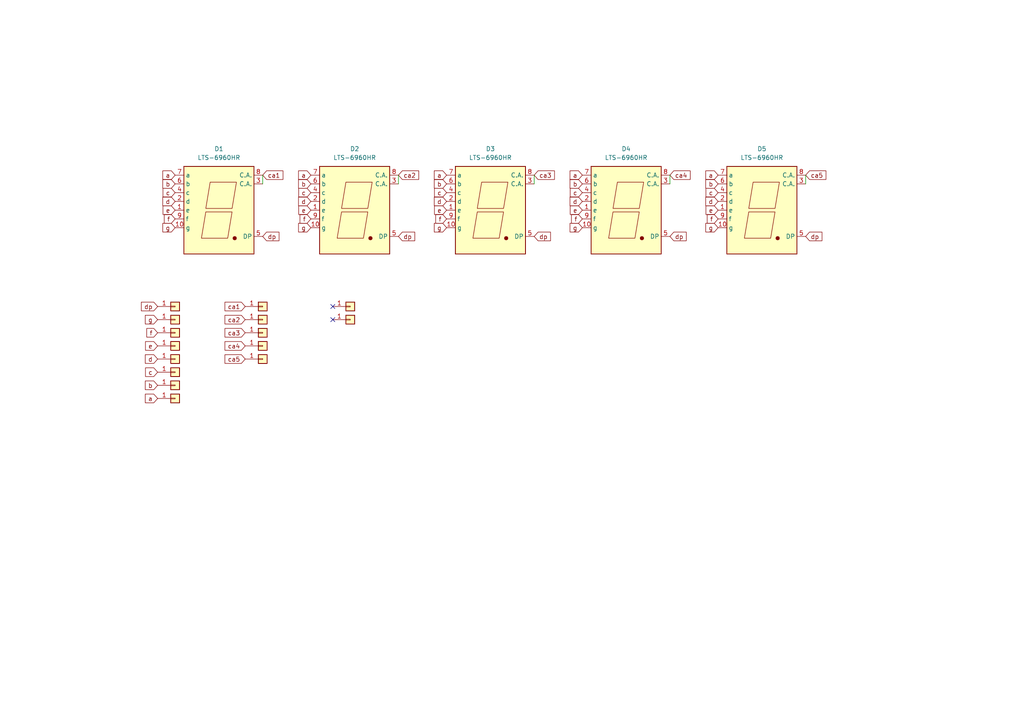
<source format=kicad_sch>
(kicad_sch (version 20211123) (generator eeschema)
  (paper "A4")
  (lib_symbols
    (symbol "Connector_Generic:Conn_01x01" (pin_names (offset 1.016) hide)
      (property "Reference" "J" (at 0 2.54 0))
      (property "Value" "Conn_01x01" (at 0 -2.54 0))
      (symbol "Conn_01x01_1_1"
        (rectangle (start -1.27 0.127) (end 0 -0.127) (stroke (width 0.1524)))
        (rectangle (start -1.27 1.27) (end 1.27 -1.27) (stroke (width 0.254)) (fill (type background)))
        (pin passive line (at -5.08 0 0) (length 3.81) (name "Pin_1") (number "1"))
      )
    )
    (symbol "Display_Character:LTS-6960HR"
      (property "Reference" "AFF" (at -7.874 13.97 0))
      (property "Value" "LTS-6960HR" (at -2.032 13.97 0))
      (symbol "LTS-6960HR_0_1"
        (rectangle (start -10.16 12.7) (end 10.16 -12.7) (stroke (width 0.254)) (fill (type background)))
        (polyline (pts (xy -3.81 -0.508) (xy 3.81 -0.508) (xy 2.54 -8.128) (xy -5.08 -8.128) (xy -3.81 -0.508) (xy -3.81 -0.508)))
        (polyline (pts (xy -2.54 8.128) (xy 5.08 8.128) (xy 3.81 0.508) (xy -3.81 0.508) (xy -2.54 8.128) (xy -2.54 8.128)))
        (circle (center 4.572 -8.128) (radius 0.508) (fill (type outline)))
      )
      (symbol "LTS-6960HR_1_1"
        (pin passive line (at -12.7 0 0) (length 2.54) (name "e") (number "1"))
        (pin passive line (at -12.7 -5.08 0) (length 2.54) (name "g") (number "10"))
        (pin passive line (at -12.7 2.54 0) (length 2.54) (name "d") (number "2"))
        (pin passive line (at 12.7 7.62 180) (length 2.54) (name "C.A.") (number "3"))
        (pin passive line (at -12.7 5.08 0) (length 2.54) (name "c") (number "4"))
        (pin passive line (at 12.7 -7.62 180) (length 2.54) (name "DP") (number "5"))
        (pin passive line (at -12.7 7.62 0) (length 2.54) (name "b") (number "6"))
        (pin passive line (at -12.7 10.16 0) (length 2.54) (name "a") (number "7"))
        (pin passive line (at 12.7 10.16 180) (length 2.54) (name "C.A.") (number "8"))
        (pin passive line (at -12.7 -2.54 0) (length 2.54) (name "f") (number "9"))
      )
    )
  )
  (no_connect (at 96.52 88.9))
  (no_connect (at 96.52 92.71))
  (wire (pts (xy 233.68 50.8) (xy 233.68 53.34)))
  (wire (pts (xy 194.31 50.8) (xy 194.31 53.34)))
  (wire (pts (xy 115.57 50.8) (xy 115.57 53.34)))
  (wire (pts (xy 76.2 50.8) (xy 76.2 53.34)))
  (wire (pts (xy 154.94 50.8) (xy 154.94 53.34)))
  (global_label "g" (shape input) (at 50.8 66.04 180) (property "Intersheet References" "${INTERSHEET_REFS}" (effects hide)))
  (global_label "ca2" (shape input) (at 71.12 92.71 180) (property "Intersheet References" "${INTERSHEET_REFS}" (effects hide)))
  (global_label "dp" (shape input) (at 194.31 68.58 0) (property "Intersheet References" "${INTERSHEET_REFS}" (effects hide)))
  (global_label "e" (shape input) (at 90.17 60.96 180) (property "Intersheet References" "${INTERSHEET_REFS}" (effects hide)))
  (global_label "c" (shape input) (at 45.72 107.95 180) (property "Intersheet References" "${INTERSHEET_REFS}" (effects hide)))
  (global_label "dp" (shape input) (at 45.72 88.9 180) (property "Intersheet References" "${INTERSHEET_REFS}" (effects hide)))
  (global_label "f" (shape input) (at 90.17 63.5 180) (property "Intersheet References" "${INTERSHEET_REFS}" (effects hide)))
  (global_label "ca5" (shape input) (at 233.68 50.8 0) (property "Intersheet References" "${INTERSHEET_REFS}" (effects hide)))
  (global_label "dp" (shape input) (at 233.68 68.58 0) (property "Intersheet References" "${INTERSHEET_REFS}" (effects hide)))
  (global_label "ca3" (shape input) (at 154.94 50.8 0) (property "Intersheet References" "${INTERSHEET_REFS}" (effects hide)))
  (global_label "d" (shape input) (at 90.17 58.42 180) (property "Intersheet References" "${INTERSHEET_REFS}" (effects hide)))
  (global_label "ca2" (shape input) (at 115.57 50.8 0) (property "Intersheet References" "${INTERSHEET_REFS}" (effects hide)))
  (global_label "a" (shape input) (at 208.28 50.8 180) (property "Intersheet References" "${INTERSHEET_REFS}" (effects hide)))
  (global_label "e" (shape input) (at 168.91 60.96 180) (property "Intersheet References" "${INTERSHEET_REFS}" (effects hide)))
  (global_label "c" (shape input) (at 50.8 55.88 180) (property "Intersheet References" "${INTERSHEET_REFS}" (effects hide)))
  (global_label "a" (shape input) (at 129.54 50.8 180) (property "Intersheet References" "${INTERSHEET_REFS}" (effects hide)))
  (global_label "g" (shape input) (at 168.91 66.04 180) (property "Intersheet References" "${INTERSHEET_REFS}" (effects hide)))
  (global_label "f" (shape input) (at 45.72 96.52 180) (property "Intersheet References" "${INTERSHEET_REFS}" (effects hide)))
  (global_label "a" (shape input) (at 90.17 50.8 180) (property "Intersheet References" "${INTERSHEET_REFS}" (effects hide)))
  (global_label "ca1" (shape input) (at 76.2 50.8 0) (property "Intersheet References" "${INTERSHEET_REFS}" (effects hide)))
  (global_label "g" (shape input) (at 90.17 66.04 180) (property "Intersheet References" "${INTERSHEET_REFS}" (effects hide)))
  (global_label "b" (shape input) (at 129.54 53.34 180) (property "Intersheet References" "${INTERSHEET_REFS}" (effects hide)))
  (global_label "ca4" (shape input) (at 194.31 50.8 0) (property "Intersheet References" "${INTERSHEET_REFS}" (effects hide)))
  (global_label "d" (shape input) (at 208.28 58.42 180) (property "Intersheet References" "${INTERSHEET_REFS}" (effects hide)))
  (global_label "f" (shape input) (at 208.28 63.5 180) (property "Intersheet References" "${INTERSHEET_REFS}" (effects hide)))
  (global_label "dp" (shape input) (at 154.94 68.58 0) (property "Intersheet References" "${INTERSHEET_REFS}" (effects hide)))
  (global_label "c" (shape input) (at 208.28 55.88 180) (property "Intersheet References" "${INTERSHEET_REFS}" (effects hide)))
  (global_label "e" (shape input) (at 208.28 60.96 180) (property "Intersheet References" "${INTERSHEET_REFS}" (effects hide)))
  (global_label "a" (shape input) (at 168.91 50.8 180) (property "Intersheet References" "${INTERSHEET_REFS}" (effects hide)))
  (global_label "g" (shape input) (at 129.54 66.04 180) (property "Intersheet References" "${INTERSHEET_REFS}" (effects hide)))
  (global_label "b" (shape input) (at 168.91 53.34 180) (property "Intersheet References" "${INTERSHEET_REFS}" (effects hide)))
  (global_label "b" (shape input) (at 208.28 53.34 180) (property "Intersheet References" "${INTERSHEET_REFS}" (effects hide)))
  (global_label "d" (shape input) (at 168.91 58.42 180) (property "Intersheet References" "${INTERSHEET_REFS}" (effects hide)))
  (global_label "ca5" (shape input) (at 71.12 104.14 180) (property "Intersheet References" "${INTERSHEET_REFS}" (effects hide)))
  (global_label "b" (shape input) (at 45.72 111.76 180) (property "Intersheet References" "${INTERSHEET_REFS}" (effects hide)))
  (global_label "c" (shape input) (at 129.54 55.88 180) (property "Intersheet References" "${INTERSHEET_REFS}" (effects hide)))
  (global_label "dp" (shape input) (at 115.57 68.58 0) (property "Intersheet References" "${INTERSHEET_REFS}" (effects hide)))
  (global_label "f" (shape input) (at 50.8 63.5 180) (property "Intersheet References" "${INTERSHEET_REFS}" (effects hide)))
  (global_label "d" (shape input) (at 45.72 104.14 180) (property "Intersheet References" "${INTERSHEET_REFS}" (effects hide)))
  (global_label "f" (shape input) (at 129.54 63.5 180) (property "Intersheet References" "${INTERSHEET_REFS}" (effects hide)))
  (global_label "a" (shape input) (at 45.72 115.57 180) (property "Intersheet References" "${INTERSHEET_REFS}" (effects hide)))
  (global_label "ca1" (shape input) (at 71.12 88.9 180) (property "Intersheet References" "${INTERSHEET_REFS}" (effects hide)))
  (global_label "e" (shape input) (at 45.72 100.33 180) (property "Intersheet References" "${INTERSHEET_REFS}" (effects hide)))
  (global_label "a" (shape input) (at 50.8 50.8 180) (property "Intersheet References" "${INTERSHEET_REFS}" (effects hide)))
  (global_label "ca4" (shape input) (at 71.12 100.33 180) (property "Intersheet References" "${INTERSHEET_REFS}" (effects hide)))
  (global_label "f" (shape input) (at 168.91 63.5 180) (property "Intersheet References" "${INTERSHEET_REFS}" (effects hide)))
  (global_label "b" (shape input) (at 50.8 53.34 180) (property "Intersheet References" "${INTERSHEET_REFS}" (effects hide)))
  (global_label "g" (shape input) (at 208.28 66.04 180) (property "Intersheet References" "${INTERSHEET_REFS}" (effects hide)))
  (global_label "c" (shape input) (at 168.91 55.88 180) (property "Intersheet References" "${INTERSHEET_REFS}" (effects hide)))
  (global_label "e" (shape input) (at 50.8 60.96 180) (property "Intersheet References" "${INTERSHEET_REFS}" (effects hide)))
  (global_label "d" (shape input) (at 50.8 58.42 180) (property "Intersheet References" "${INTERSHEET_REFS}" (effects hide)))
  (global_label "b" (shape input) (at 90.17 53.34 180) (property "Intersheet References" "${INTERSHEET_REFS}" (effects hide)))
  (global_label "g" (shape input) (at 45.72 92.71 180) (property "Intersheet References" "${INTERSHEET_REFS}" (effects hide)))
  (global_label "c" (shape input) (at 90.17 55.88 180) (property "Intersheet References" "${INTERSHEET_REFS}" (effects hide)))
  (global_label "e" (shape input) (at 129.54 60.96 180) (property "Intersheet References" "${INTERSHEET_REFS}" (effects hide)))
  (global_label "dp" (shape input) (at 76.2 68.58 0) (property "Intersheet References" "${INTERSHEET_REFS}" (effects hide)))
  (global_label "d" (shape input) (at 129.54 58.42 180) (property "Intersheet References" "${INTERSHEET_REFS}" (effects hide)))
  (global_label "ca3" (shape input) (at 71.12 96.52 180) (property "Intersheet References" "${INTERSHEET_REFS}" (effects hide)))
  (symbol (lib_id "Connector_Generic:Conn_01x01") (at 101.6 88.9 0) (unit 1)
    (property "Reference" "J14" (effects hide))
    (property "Value" "Conn_01x01" (effects hide))
    (property "Footprint" "Display-Modul:Solder-Pad" (effects hide))
  )
  (symbol (lib_id "Connector_Generic:Conn_01x01") (at 50.8 96.52 0) (unit 1)
    (property "Reference" "J3" (effects hide))
    (property "Value" "Conn_01x01" (effects hide))
    (property "Footprint" "Display-Modul:Solder-Pad" (effects hide))
  )
  (symbol (lib_id "Display_Character:LTS-6960HR") (at 102.87 60.96 0) (unit 1)
    (property "Reference" "D2" (at 102.87 43.18 0))
    (property "Value" "LTS-6960HR" (at 102.87 45.72 0))
    (property "Footprint" "Display_7Segment:7SegmentLED_LTS6760_LTS6780" (effects hide))
    (property "Datasheet" "https://datasheet.octopart.com/LTS-6960HR-Lite-On-datasheet-11803242.pdf" (effects hide))
  )
  (symbol (lib_id "Connector_Generic:Conn_01x01") (at 76.2 88.9 0) (unit 1)
    (property "Reference" "J9" (effects hide))
    (property "Value" "Conn_01x01" (effects hide))
    (property "Footprint" "Display-Modul:Solder-Pad" (effects hide))
  )
  (symbol (lib_id "Connector_Generic:Conn_01x01") (at 50.8 107.95 0) (unit 1)
    (property "Reference" "J6" (effects hide))
    (property "Value" "Conn_01x01" (effects hide))
    (property "Footprint" "Display-Modul:Solder-Pad" (effects hide))
  )
  (symbol (lib_id "Connector_Generic:Conn_01x01") (at 50.8 100.33 0) (unit 1)
    (property "Reference" "J4" (effects hide))
    (property "Value" "Conn_01x01" (effects hide))
    (property "Footprint" "Display-Modul:Solder-Pad" (effects hide))
  )
  (symbol (lib_id "Connector_Generic:Conn_01x01") (at 101.6 92.71 0) (unit 1)
    (property "Reference" "J15" (effects hide))
    (property "Value" "Conn_01x01" (effects hide))
    (property "Footprint" "Display-Modul:Solder-Pad" (effects hide))
  )
  (symbol (lib_id "Connector_Generic:Conn_01x01") (at 50.8 92.71 0) (unit 1)
    (property "Reference" "J2" (effects hide))
    (property "Value" "Conn_01x01" (effects hide))
    (property "Footprint" "Display-Modul:Solder-Pad" (effects hide))
  )
  (symbol (lib_id "Display_Character:LTS-6960HR") (at 63.5 60.96 0) (unit 1)
    (property "Reference" "D1" (at 63.5 43.18 0))
    (property "Value" "LTS-6960HR" (at 63.5 45.72 0))
    (property "Footprint" "Display_7Segment:7SegmentLED_LTS6760_LTS6780" (effects hide))
    (property "Datasheet" "https://datasheet.octopart.com/LTS-6960HR-Lite-On-datasheet-11803242.pdf" (effects hide))
  )
  (symbol (lib_id "Connector_Generic:Conn_01x01") (at 50.8 115.57 0) (unit 1)
    (property "Reference" "J8" (effects hide))
    (property "Value" "Conn_01x01" (effects hide))
    (property "Footprint" "Display-Modul:Solder-Pad" (effects hide))
  )
  (symbol (lib_id "Connector_Generic:Conn_01x01") (at 76.2 96.52 0) (unit 1)
    (property "Reference" "J11" (effects hide))
    (property "Value" "Conn_01x01" (effects hide))
    (property "Footprint" "Display-Modul:Solder-Pad" (effects hide))
  )
  (symbol (lib_id "Display_Character:LTS-6960HR") (at 142.24 60.96 0) (unit 1)
    (property "Reference" "D3" (at 142.24 43.18 0))
    (property "Value" "LTS-6960HR" (at 142.24 45.72 0))
    (property "Footprint" "Display_7Segment:7SegmentLED_LTS6760_LTS6780" (effects hide))
    (property "Datasheet" "https://datasheet.octopart.com/LTS-6960HR-Lite-On-datasheet-11803242.pdf" (effects hide))
  )
  (symbol (lib_id "Connector_Generic:Conn_01x01") (at 50.8 88.9 0) (unit 1)
    (property "Reference" "J1" (effects hide))
    (property "Value" "Conn_01x01" (effects hide))
    (property "Footprint" "Display-Modul:Solder-Pad" (effects hide))
  )
  (symbol (lib_id "Connector_Generic:Conn_01x01") (at 50.8 104.14 0) (unit 1)
    (property "Reference" "J5" (effects hide))
    (property "Value" "Conn_01x01" (effects hide))
    (property "Footprint" "Display-Modul:Solder-Pad" (effects hide))
  )
  (symbol (lib_id "Display_Character:LTS-6960HR") (at 181.61 60.96 0) (unit 1)
    (property "Reference" "D4" (at 181.61 43.18 0))
    (property "Value" "LTS-6960HR" (at 181.61 45.72 0))
    (property "Footprint" "Display_7Segment:7SegmentLED_LTS6760_LTS6780" (effects hide))
    (property "Datasheet" "https://datasheet.octopart.com/LTS-6960HR-Lite-On-datasheet-11803242.pdf" (effects hide))
  )
  (symbol (lib_id "Connector_Generic:Conn_01x01") (at 76.2 100.33 0) (unit 1)
    (property "Reference" "J12" (effects hide))
    (property "Value" "Conn_01x01" (effects hide))
    (property "Footprint" "Display-Modul:Solder-Pad" (effects hide))
  )
  (symbol (lib_id "Connector_Generic:Conn_01x01") (at 76.2 92.71 0) (unit 1)
    (property "Reference" "J10" (effects hide))
    (property "Value" "Conn_01x01" (effects hide))
    (property "Footprint" "Display-Modul:Solder-Pad" (effects hide))
  )
  (symbol (lib_id "Connector_Generic:Conn_01x01") (at 50.8 111.76 0) (unit 1)
    (property "Reference" "J7" (effects hide))
    (property "Value" "Conn_01x01" (effects hide))
    (property "Footprint" "Display-Modul:Solder-Pad" (effects hide))
  )
  (symbol (lib_id "Display_Character:LTS-6960HR") (at 220.98 60.96 0) (unit 1)
    (property "Reference" "D5" (at 220.98 43.18 0))
    (property "Value" "LTS-6960HR" (at 220.98 45.72 0))
    (property "Footprint" "Display_7Segment:7SegmentLED_LTS6760_LTS6780" (effects hide))
    (property "Datasheet" "https://datasheet.octopart.com/LTS-6960HR-Lite-On-datasheet-11803242.pdf" (effects hide))
  )
  (symbol (lib_id "Connector_Generic:Conn_01x01") (at 76.2 104.14 0) (unit 1)
    (property "Reference" "J13" (effects hide))
    (property "Value" "Conn_01x01" (effects hide))
    (property "Footprint" "Display-Modul:Solder-Pad" (effects hide))
  )
)
</source>
